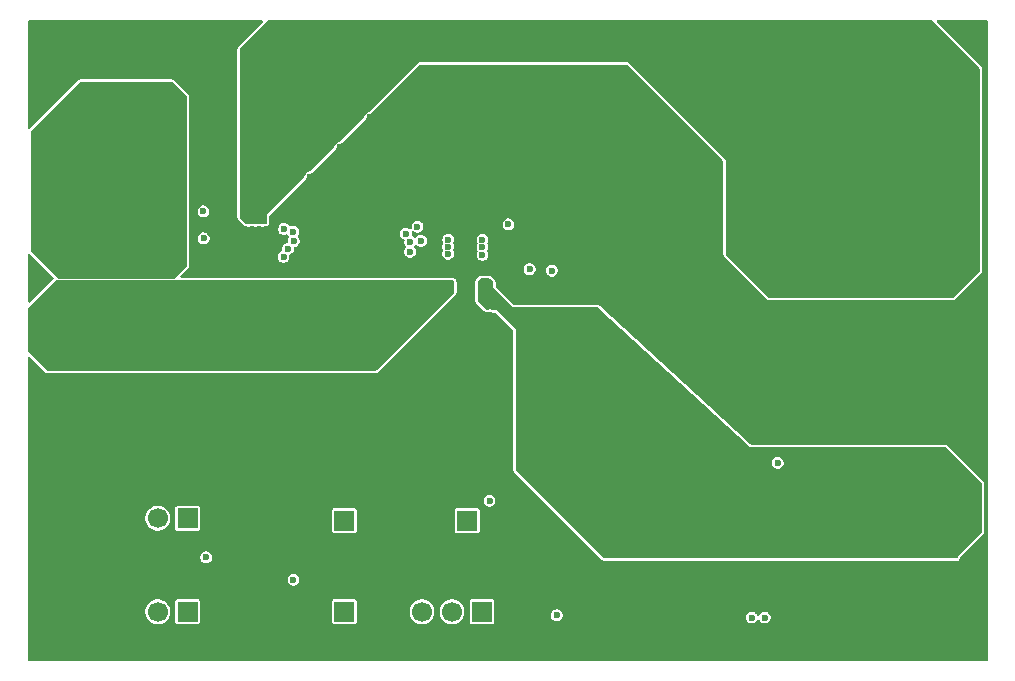
<source format=gbr>
%TF.GenerationSoftware,KiCad,Pcbnew,9.0.4*%
%TF.CreationDate,2025-11-02T21:55:33-03:00*%
%TF.ProjectId,PowerPCB,506f7765-7250-4434-922e-6b696361645f,rev?*%
%TF.SameCoordinates,Original*%
%TF.FileFunction,Copper,L4,Bot*%
%TF.FilePolarity,Positive*%
%FSLAX46Y46*%
G04 Gerber Fmt 4.6, Leading zero omitted, Abs format (unit mm)*
G04 Created by KiCad (PCBNEW 9.0.4) date 2025-11-02 21:55:33*
%MOMM*%
%LPD*%
G01*
G04 APERTURE LIST*
G04 Aperture macros list*
%AMRoundRect*
0 Rectangle with rounded corners*
0 $1 Rounding radius*
0 $2 $3 $4 $5 $6 $7 $8 $9 X,Y pos of 4 corners*
0 Add a 4 corners polygon primitive as box body*
4,1,4,$2,$3,$4,$5,$6,$7,$8,$9,$2,$3,0*
0 Add four circle primitives for the rounded corners*
1,1,$1+$1,$2,$3*
1,1,$1+$1,$4,$5*
1,1,$1+$1,$6,$7*
1,1,$1+$1,$8,$9*
0 Add four rect primitives between the rounded corners*
20,1,$1+$1,$2,$3,$4,$5,0*
20,1,$1+$1,$4,$5,$6,$7,0*
20,1,$1+$1,$6,$7,$8,$9,0*
20,1,$1+$1,$8,$9,$2,$3,0*%
G04 Aperture macros list end*
%TA.AperFunction,ComponentPad*%
%ADD10RoundRect,0.250000X-1.050000X1.050000X-1.050000X-1.050000X1.050000X-1.050000X1.050000X1.050000X0*%
%TD*%
%TA.AperFunction,ComponentPad*%
%ADD11C,2.600000*%
%TD*%
%TA.AperFunction,ComponentPad*%
%ADD12R,1.700000X1.700000*%
%TD*%
%TA.AperFunction,ComponentPad*%
%ADD13C,1.700000*%
%TD*%
%TA.AperFunction,SMDPad,CuDef*%
%ADD14RoundRect,0.140000X-0.140000X-0.170000X0.140000X-0.170000X0.140000X0.170000X-0.140000X0.170000X0*%
%TD*%
%TA.AperFunction,SMDPad,CuDef*%
%ADD15RoundRect,0.140000X0.140000X0.170000X-0.140000X0.170000X-0.140000X-0.170000X0.140000X-0.170000X0*%
%TD*%
%TA.AperFunction,ViaPad*%
%ADD16C,0.600000*%
%TD*%
G04 APERTURE END LIST*
D10*
%TO.P,J5,1,Pin_1*%
%TO.N,V_OUT_5+*%
X184377500Y-92500000D03*
D11*
%TO.P,J5,2,Pin_2*%
%TO.N,GND*%
X184377500Y-97500000D03*
%TD*%
D12*
%TO.P,J8,1,Pin_1*%
%TO.N,\u002ACC_12*%
X145700000Y-113600000D03*
D13*
%TO.P,J8,2,Pin_2*%
%TO.N,GND*%
X143160000Y-113600000D03*
%TD*%
D10*
%TO.P,J1,1,Pin_1*%
%TO.N,V_BAT+*%
X112300000Y-97800000D03*
D11*
%TO.P,J1,2,Pin_2*%
%TO.N,GND*%
X112300000Y-102800000D03*
%TD*%
D12*
%TO.P,J2,1,Pin_1*%
%TO.N,PG_12*%
X135300000Y-113600000D03*
D13*
%TO.P,J2,2,Pin_2*%
%TO.N,GND*%
X132760000Y-113600000D03*
%TD*%
D10*
%TO.P,J4,1,Pin_1*%
%TO.N,V_OUT_12+*%
X184377500Y-113400000D03*
D11*
%TO.P,J4,2,Pin_2*%
%TO.N,GND*%
X184377500Y-118400000D03*
%TD*%
D12*
%TO.P,J7,1,Pin_1*%
%TO.N,VBUS*%
X146965000Y-121300000D03*
D13*
%TO.P,J7,2,Pin_2*%
%TO.N,SCL*%
X144425000Y-121300000D03*
%TO.P,J7,3,Pin_3*%
%TO.N,SDA*%
X141885000Y-121300000D03*
%TD*%
D12*
%TO.P,J9,1,Pin_1*%
%TO.N,Net-(J9-Pin_1)*%
X122040000Y-121300000D03*
D13*
%TO.P,J9,2,Pin_2*%
%TO.N,EN_5*%
X119500000Y-121300000D03*
%TO.P,J9,3,Pin_3*%
%TO.N,GND*%
X116960000Y-121300000D03*
%TD*%
D12*
%TO.P,J10,1,Pin_1*%
%TO.N,PG_5*%
X135300000Y-121300000D03*
D13*
%TO.P,J10,2,Pin_2*%
%TO.N,GND*%
X132760000Y-121300000D03*
%TD*%
D12*
%TO.P,J3,1,Pin_1*%
%TO.N,Net-(J3-Pin_1)*%
X122040000Y-113400000D03*
D13*
%TO.P,J3,2,Pin_2*%
%TO.N,EN_12*%
X119500000Y-113400000D03*
%TO.P,J3,3,Pin_3*%
%TO.N,GND*%
X116960000Y-113400000D03*
%TD*%
D14*
%TO.P,C21,1*%
%TO.N,V_BAT+*%
X144120000Y-93700000D03*
%TO.P,C21,2*%
%TO.N,GND*%
X145080000Y-93700000D03*
%TD*%
D15*
%TO.P,C14,1*%
%TO.N,V_OUT_12+*%
X146980000Y-93700000D03*
%TO.P,C14,2*%
%TO.N,GND*%
X146020000Y-93700000D03*
%TD*%
D16*
%TO.N,V_BAT+*%
X112800000Y-81980000D03*
X117960000Y-84500000D03*
X110260000Y-84520000D03*
X120580000Y-100300000D03*
X120500000Y-84500000D03*
X115420000Y-79420000D03*
X110260000Y-81980000D03*
X117960000Y-89580000D03*
X115420000Y-92120000D03*
X118500000Y-96540000D03*
X115420000Y-89580000D03*
X126120000Y-96540000D03*
X117960000Y-81960000D03*
X120500000Y-81960000D03*
X110260000Y-89600000D03*
X121660000Y-100300000D03*
X119500000Y-100300000D03*
X115420000Y-81960000D03*
X112800000Y-89600000D03*
X144100000Y-91000000D03*
X118500000Y-94000000D03*
X123580000Y-94000000D03*
X120500000Y-79420000D03*
X122740000Y-100300000D03*
X121040000Y-94000000D03*
X120500000Y-92120000D03*
X144100000Y-90400000D03*
X120500000Y-87040000D03*
X123600000Y-116700000D03*
X117960000Y-87040000D03*
X115420000Y-87040000D03*
X125900000Y-100300000D03*
X124900000Y-100300000D03*
X117960000Y-92120000D03*
X144100000Y-89800000D03*
X120500000Y-89580000D03*
X128660000Y-96540000D03*
X112800000Y-84520000D03*
X128660000Y-94000000D03*
X112800000Y-87060000D03*
X110260000Y-87060000D03*
X126120000Y-94000000D03*
X117960000Y-79420000D03*
X112800000Y-79440000D03*
X123820000Y-100300000D03*
X115420000Y-84500000D03*
X131200000Y-94000000D03*
%TO.N,PG_5*%
X130549676Y-90568291D03*
%TO.N,EN_5*%
X131024265Y-89924265D03*
%TO.N,V_OUT_12+*%
X152020000Y-107380000D03*
X159420000Y-114980000D03*
X161960000Y-107360000D03*
X174100000Y-113880000D03*
X157100000Y-109920000D03*
X181720000Y-108800000D03*
X184260000Y-111340000D03*
X181720000Y-111340000D03*
X167200000Y-109920000D03*
X181720000Y-113880000D03*
X167200000Y-115000000D03*
X176640000Y-111340000D03*
X161960000Y-109900000D03*
X152020000Y-109920000D03*
X186800000Y-111340000D03*
X161960000Y-114980000D03*
X161960000Y-112440000D03*
X164500000Y-104820000D03*
X186800000Y-113880000D03*
X159420000Y-107360000D03*
X164500000Y-109900000D03*
X157100000Y-99760000D03*
X157100000Y-97220000D03*
X154560000Y-102300000D03*
X147000000Y-90443543D03*
X154560000Y-104840000D03*
X167200000Y-112460000D03*
X157100000Y-107380000D03*
X154560000Y-107380000D03*
X179180000Y-108800000D03*
X159420000Y-112440000D03*
X184260000Y-108800000D03*
X164500000Y-112440000D03*
X176640000Y-108800000D03*
X147000000Y-91100000D03*
X174100000Y-111340000D03*
X161960000Y-104820000D03*
X152020000Y-99760000D03*
X176640000Y-113880000D03*
X152020000Y-102300000D03*
X159420000Y-109900000D03*
X164500000Y-114980000D03*
X152020000Y-97220000D03*
X179180000Y-113880000D03*
X157100000Y-104840000D03*
X154560000Y-99760000D03*
X186800000Y-108800000D03*
X152020000Y-104840000D03*
X164500000Y-107360000D03*
X154560000Y-97220000D03*
X179180000Y-111340000D03*
X157100000Y-102300000D03*
X147000000Y-89800000D03*
X159420000Y-104820000D03*
X174100000Y-108800000D03*
%TO.N,VCC_12*%
X147600000Y-111900000D03*
X141799998Y-89900000D03*
X141500000Y-88700000D03*
X149200000Y-88500000D03*
%TO.N,PG_12*%
X140900000Y-90000000D03*
%TO.N,\u002ACC_12*%
X140875737Y-90824266D03*
%TO.N,EN_12*%
X140500000Y-89300000D03*
%TO.N,V_OUT_5+*%
X168620000Y-80220000D03*
X168580000Y-77840000D03*
X129100000Y-72060000D03*
X134180000Y-72060000D03*
X127200000Y-83400000D03*
X171160000Y-82760000D03*
X176060000Y-75360000D03*
X171160000Y-80220000D03*
X166040000Y-77840000D03*
X128400000Y-86300000D03*
X128400000Y-87500000D03*
X128400000Y-82000000D03*
X127800000Y-87500000D03*
X128400000Y-83400000D03*
X173700000Y-82760000D03*
X173520000Y-72820000D03*
X129600000Y-86300000D03*
X168580000Y-75300000D03*
X131640000Y-74600000D03*
X127200000Y-82000000D03*
X127200000Y-88200000D03*
X127200000Y-86300000D03*
X173520000Y-77900000D03*
X128400000Y-88200000D03*
X166040000Y-75300000D03*
X130800000Y-84800000D03*
X127200000Y-84800000D03*
X168580000Y-72760000D03*
X173700000Y-80220000D03*
X136720000Y-74600000D03*
X130800000Y-83400000D03*
X168620000Y-85300000D03*
X131640000Y-77140000D03*
X171160000Y-85300000D03*
X134180000Y-74600000D03*
X131640000Y-72060000D03*
X178600000Y-75360000D03*
X176060000Y-72820000D03*
X178600000Y-77900000D03*
X166040000Y-72760000D03*
X176060000Y-77900000D03*
X130800000Y-82000000D03*
X127800000Y-88200000D03*
X129600000Y-84800000D03*
X171120000Y-75300000D03*
X129600000Y-83400000D03*
X163500000Y-75300000D03*
X129100000Y-74600000D03*
X173700000Y-85300000D03*
X168620000Y-82760000D03*
X178600000Y-72820000D03*
X171120000Y-72760000D03*
X136720000Y-72060000D03*
X163500000Y-72760000D03*
X173520000Y-75360000D03*
X128400000Y-84800000D03*
X130200000Y-88900000D03*
X134180000Y-77140000D03*
X171120000Y-77840000D03*
X127200000Y-87500000D03*
X129600000Y-82000000D03*
X129100000Y-77140000D03*
%TO.N,SDA*%
X130162239Y-91268217D03*
%TO.N,SCL*%
X130967329Y-89126291D03*
%TO.N,Net-(U1A-FB)*%
X169800000Y-121800000D03*
X152874859Y-92425141D03*
%TO.N,/VCC_5*%
X131000000Y-118600000D03*
X123376000Y-87400000D03*
%TO.N,Net-(R1-Pad2)*%
X170900000Y-121800000D03*
X172000000Y-108700000D03*
X151000000Y-92300000D03*
%TO.N,Net-(U2-VIN)*%
X153300000Y-121600000D03*
X123400000Y-89700000D03*
%TO.N,GND*%
X117900000Y-75000000D03*
X120360000Y-72460000D03*
X158760000Y-78000000D03*
X145600000Y-95400000D03*
X124300000Y-82900000D03*
X143500000Y-103400000D03*
X156260000Y-87980000D03*
X127851719Y-89083792D03*
X183540000Y-123600000D03*
X158800000Y-82900000D03*
X145600000Y-101800000D03*
X117900000Y-72460000D03*
X181380000Y-123600000D03*
X126300000Y-112280000D03*
X171320000Y-103040000D03*
X163800000Y-98000000D03*
X168880000Y-103080000D03*
X143500000Y-97000000D03*
X134960000Y-87060000D03*
X116580000Y-107360000D03*
X124200000Y-107360000D03*
X145600000Y-98600000D03*
X149645412Y-89541868D03*
X143500000Y-101000000D03*
X185700000Y-123600000D03*
X155700000Y-91500000D03*
X145550781Y-87466565D03*
X126300000Y-117000000D03*
X181300000Y-124900000D03*
X166240000Y-93240000D03*
X131380000Y-109740000D03*
X145600000Y-99400000D03*
X145600000Y-92800000D03*
X163700000Y-93240000D03*
X145550781Y-88100000D03*
X128400000Y-89700000D03*
X143500000Y-100200000D03*
X145600000Y-102600000D03*
X171320000Y-100500000D03*
X145544903Y-86787860D03*
X124300000Y-83900000D03*
X182460000Y-123600000D03*
X183460000Y-124900000D03*
X126300000Y-107200000D03*
X137500000Y-89600000D03*
X147650000Y-101800000D03*
X166240000Y-95780000D03*
X186700000Y-123600000D03*
X137500000Y-87060000D03*
X163700000Y-90700000D03*
X158800000Y-85440000D03*
X168880000Y-98000000D03*
X122900000Y-75000000D03*
X185620000Y-124900000D03*
X161340000Y-85440000D03*
X143500000Y-96200000D03*
X161300000Y-80540000D03*
X139000000Y-114460000D03*
X150345412Y-89541868D03*
X121660000Y-101817500D03*
X132420000Y-89600000D03*
X161340000Y-82900000D03*
X182380000Y-124900000D03*
X153800000Y-88500000D03*
X156260000Y-82900000D03*
X115360000Y-75000000D03*
X156220000Y-80540000D03*
X173860000Y-103040000D03*
X178940000Y-100500000D03*
X139000000Y-117000000D03*
X120580000Y-101817500D03*
X126300000Y-109740000D03*
X134960000Y-82000000D03*
X128840000Y-107200000D03*
X128840000Y-109740000D03*
X133920000Y-109740000D03*
X147650000Y-100200000D03*
X136460000Y-109740000D03*
X173860000Y-100500000D03*
X137500000Y-82000000D03*
X125000000Y-88600000D03*
X176400000Y-105580000D03*
X132420000Y-84520000D03*
X145600000Y-103400000D03*
X147650000Y-99400000D03*
X168780000Y-95780000D03*
X122740000Y-101817500D03*
X125700000Y-80900000D03*
X127300000Y-89100000D03*
X161160000Y-90700000D03*
X133920000Y-107200000D03*
X163700000Y-95780000D03*
X180300000Y-123600000D03*
X123820000Y-101817500D03*
X147650000Y-97800000D03*
X168780000Y-93240000D03*
X153000000Y-88500000D03*
X143500000Y-98600000D03*
X128351719Y-89083792D03*
X178940000Y-105580000D03*
X145600000Y-104200000D03*
X119120000Y-107360000D03*
X119500000Y-101817500D03*
X158760000Y-80540000D03*
X128400000Y-90300000D03*
X156260000Y-85440000D03*
X176400000Y-103040000D03*
X127900000Y-90300000D03*
X147650000Y-96200000D03*
X155700000Y-92400000D03*
X134960000Y-89600000D03*
X145600000Y-97800000D03*
X143500000Y-102600000D03*
X137500000Y-79460000D03*
X124300000Y-81900000D03*
X130280000Y-101900000D03*
X158800000Y-87980000D03*
X168880000Y-100540000D03*
X143500000Y-101800000D03*
X145600000Y-101000000D03*
X147650000Y-103400000D03*
X161340000Y-87980000D03*
X184540000Y-124900000D03*
X155700000Y-90700000D03*
X178940000Y-103040000D03*
X128840000Y-112280000D03*
X131360000Y-101900000D03*
X153900000Y-89500000D03*
X127900000Y-89700000D03*
X124900000Y-101817500D03*
X110280000Y-75000000D03*
X153000000Y-87500000D03*
X112820000Y-75000000D03*
X129200000Y-101900000D03*
X171320000Y-105580000D03*
X163880000Y-85440000D03*
X125700000Y-81900000D03*
X163880000Y-82900000D03*
X166340000Y-100540000D03*
X136460000Y-107200000D03*
X136460000Y-117000000D03*
X173860000Y-105580000D03*
X176400000Y-100500000D03*
X145600000Y-96200000D03*
X112820000Y-72460000D03*
X132420000Y-87060000D03*
X132440000Y-101900000D03*
X161160000Y-95780000D03*
X145600000Y-100200000D03*
X131380000Y-107200000D03*
X115360000Y-72460000D03*
X163880000Y-87980000D03*
X180300000Y-124900000D03*
X156220000Y-78000000D03*
X120360000Y-75000000D03*
X147650000Y-102600000D03*
X145600000Y-97000000D03*
X186700000Y-124900000D03*
X161160000Y-93240000D03*
X147650000Y-97000000D03*
X133520000Y-101900000D03*
X134960000Y-84520000D03*
X145600000Y-94600000D03*
X116580000Y-109900000D03*
X166240000Y-90700000D03*
X139000000Y-112280000D03*
X184620000Y-123600000D03*
X139000000Y-107200000D03*
X124200000Y-87700000D03*
X134600000Y-101900000D03*
X122900000Y-72460000D03*
X143500000Y-97800000D03*
X137500000Y-84520000D03*
X166340000Y-98000000D03*
X126300000Y-114460000D03*
X143500000Y-99400000D03*
X153800000Y-87500000D03*
X125900000Y-101817500D03*
X128840000Y-117000000D03*
X119120000Y-109900000D03*
X124300000Y-80900000D03*
X139000000Y-109740000D03*
X147650000Y-101000000D03*
X135600000Y-101900000D03*
X110280000Y-72460000D03*
X124300000Y-84900000D03*
X125000000Y-87700000D03*
X147650000Y-98600000D03*
%TD*%
%TA.AperFunction,Conductor*%
%TO.N,GND*%
G36*
X128376557Y-71220185D02*
G01*
X128422312Y-71272989D01*
X128432256Y-71342147D01*
X128403231Y-71405703D01*
X128397199Y-71412181D01*
X126341008Y-73468370D01*
X126341007Y-73468371D01*
X126326320Y-73484721D01*
X126326308Y-73484735D01*
X126309667Y-73505384D01*
X126272504Y-73576429D01*
X126252821Y-73643461D01*
X126244495Y-73701370D01*
X126244495Y-87868633D01*
X126245673Y-87890613D01*
X126248506Y-87916960D01*
X126248507Y-87916962D01*
X126272465Y-87993473D01*
X126272466Y-87993478D01*
X126286867Y-88019850D01*
X126305951Y-88054800D01*
X126305953Y-88054803D01*
X126305955Y-88054806D01*
X126340993Y-88101610D01*
X126340997Y-88101614D01*
X126341004Y-88101624D01*
X126341011Y-88101631D01*
X126823371Y-88583992D01*
X126823372Y-88583993D01*
X126839722Y-88598680D01*
X126839736Y-88598692D01*
X126839744Y-88598699D01*
X126848142Y-88605466D01*
X126860385Y-88615333D01*
X126931430Y-88652496D01*
X126956813Y-88659949D01*
X126998470Y-88672181D01*
X127055804Y-88680424D01*
X127070222Y-88683382D01*
X127134108Y-88700500D01*
X127134111Y-88700500D01*
X127265890Y-88700500D01*
X127265892Y-88700500D01*
X127324743Y-88684730D01*
X127356836Y-88680506D01*
X127643164Y-88680506D01*
X127675256Y-88684730D01*
X127734108Y-88700500D01*
X127734110Y-88700500D01*
X127865890Y-88700500D01*
X127865892Y-88700500D01*
X127924743Y-88684730D01*
X127956836Y-88680506D01*
X128243164Y-88680506D01*
X128275256Y-88684730D01*
X128334108Y-88700500D01*
X128334110Y-88700500D01*
X128465890Y-88700500D01*
X128465892Y-88700500D01*
X128524743Y-88684730D01*
X128556836Y-88680506D01*
X128628870Y-88680506D01*
X128628879Y-88680506D01*
X128672563Y-88675809D01*
X128701754Y-88669458D01*
X128724053Y-88664608D01*
X128724069Y-88664604D01*
X128724074Y-88664603D01*
X128734252Y-88662116D01*
X128814964Y-88619106D01*
X128867768Y-88573351D01*
X128885722Y-88555760D01*
X128930369Y-88475943D01*
X128950054Y-88408904D01*
X128958379Y-88351006D01*
X128958379Y-87781631D01*
X128978064Y-87714592D01*
X128994703Y-87693945D01*
X132032154Y-84657046D01*
X132064819Y-84614482D01*
X132096921Y-84558887D01*
X132117457Y-84509315D01*
X132140881Y-84421893D01*
X132153262Y-84392000D01*
X132175783Y-84352993D01*
X132195479Y-84327326D01*
X132227322Y-84295483D01*
X132252996Y-84275782D01*
X132272499Y-84264522D01*
X132292000Y-84253264D01*
X132321909Y-84240876D01*
X132409440Y-84217423D01*
X132409439Y-84217423D01*
X132409444Y-84217422D01*
X132459002Y-84196896D01*
X132514581Y-84164810D01*
X132557134Y-84132162D01*
X134579306Y-82110356D01*
X134611972Y-82067791D01*
X134644074Y-82012195D01*
X134664609Y-81962621D01*
X134680878Y-81901901D01*
X134693261Y-81872001D01*
X134715782Y-81832995D01*
X134735476Y-81807329D01*
X134767326Y-81775478D01*
X134792997Y-81755780D01*
X134831996Y-81733264D01*
X134861904Y-81720877D01*
X134922739Y-81704577D01*
X134922739Y-81704576D01*
X134922746Y-81704575D01*
X134972299Y-81684051D01*
X135027879Y-81651966D01*
X135070436Y-81619316D01*
X137119137Y-79570986D01*
X137151802Y-79528422D01*
X137183904Y-79472827D01*
X137204440Y-79423254D01*
X137220881Y-79361891D01*
X137233263Y-79331998D01*
X137255782Y-79292994D01*
X137275478Y-79267327D01*
X137307322Y-79235483D01*
X137332992Y-79215784D01*
X137372002Y-79193262D01*
X137401908Y-79180876D01*
X137463377Y-79164406D01*
X137512931Y-79143881D01*
X137568510Y-79111796D01*
X137611066Y-79079147D01*
X141649133Y-75041810D01*
X141710459Y-75008331D01*
X141736806Y-75005500D01*
X159212468Y-75005500D01*
X159279507Y-75025185D01*
X159300149Y-75041819D01*
X167365213Y-83106883D01*
X167398698Y-83168206D01*
X167401532Y-83194564D01*
X167401532Y-91005856D01*
X167402710Y-91027836D01*
X167405543Y-91054183D01*
X167405544Y-91054185D01*
X167429502Y-91130696D01*
X167429503Y-91130701D01*
X167443904Y-91157073D01*
X167462988Y-91192023D01*
X167462990Y-91192026D01*
X167462992Y-91192029D01*
X167498030Y-91238833D01*
X167498034Y-91238837D01*
X167498041Y-91238847D01*
X167498048Y-91238854D01*
X171112331Y-94853138D01*
X171112332Y-94853139D01*
X171128682Y-94867826D01*
X171128696Y-94867838D01*
X171128704Y-94867845D01*
X171137102Y-94874612D01*
X171149345Y-94884479D01*
X171220390Y-94921642D01*
X171287422Y-94941325D01*
X171287424Y-94941325D01*
X171287430Y-94941327D01*
X171345328Y-94949652D01*
X171345332Y-94949652D01*
X186805663Y-94949652D01*
X186808204Y-94949515D01*
X186827631Y-94948474D01*
X186827638Y-94948473D01*
X186827642Y-94948473D01*
X186853989Y-94945640D01*
X186930506Y-94921681D01*
X186991829Y-94888196D01*
X187038653Y-94853143D01*
X189206491Y-92685305D01*
X189221193Y-92668938D01*
X189237827Y-92648296D01*
X189274990Y-92577251D01*
X189294675Y-92510212D01*
X189303000Y-92452314D01*
X189303000Y-75351362D01*
X189301822Y-75329393D01*
X189298988Y-75303035D01*
X189275029Y-75226518D01*
X189241544Y-75165195D01*
X189206491Y-75118371D01*
X185500301Y-71412181D01*
X185466816Y-71350858D01*
X185471800Y-71281166D01*
X185513672Y-71225233D01*
X185579136Y-71200816D01*
X185587982Y-71200500D01*
X189675500Y-71200500D01*
X189742539Y-71220185D01*
X189788294Y-71272989D01*
X189799500Y-71324500D01*
X189799500Y-125375500D01*
X189779815Y-125442539D01*
X189727011Y-125488294D01*
X189675500Y-125499500D01*
X108624500Y-125499500D01*
X108557461Y-125479815D01*
X108511706Y-125427011D01*
X108500500Y-125375500D01*
X108500500Y-121196530D01*
X118449500Y-121196530D01*
X118449500Y-121403469D01*
X118489868Y-121606412D01*
X118489870Y-121606420D01*
X118569058Y-121797596D01*
X118684024Y-121969657D01*
X118830342Y-122115975D01*
X118830345Y-122115977D01*
X119002402Y-122230941D01*
X119193580Y-122310130D01*
X119338052Y-122338867D01*
X119396530Y-122350499D01*
X119396534Y-122350500D01*
X119396535Y-122350500D01*
X119603466Y-122350500D01*
X119603467Y-122350499D01*
X119806420Y-122310130D01*
X119997598Y-122230941D01*
X120169655Y-122115977D01*
X120315977Y-121969655D01*
X120430941Y-121797598D01*
X120510130Y-121606420D01*
X120550500Y-121403465D01*
X120550500Y-121196535D01*
X120510130Y-120993580D01*
X120430941Y-120802402D01*
X120315977Y-120630345D01*
X120315975Y-120630342D01*
X120169657Y-120484024D01*
X120089173Y-120430247D01*
X120989500Y-120430247D01*
X120989500Y-122169752D01*
X121001131Y-122228229D01*
X121001132Y-122228230D01*
X121045447Y-122294552D01*
X121111769Y-122338867D01*
X121111770Y-122338868D01*
X121170247Y-122350499D01*
X121170250Y-122350500D01*
X121170252Y-122350500D01*
X122909750Y-122350500D01*
X122909751Y-122350499D01*
X122924568Y-122347552D01*
X122968229Y-122338868D01*
X122968229Y-122338867D01*
X122968231Y-122338867D01*
X123034552Y-122294552D01*
X123078867Y-122228231D01*
X123078867Y-122228229D01*
X123078868Y-122228229D01*
X123090499Y-122169752D01*
X123090500Y-122169750D01*
X123090500Y-120430249D01*
X123090499Y-120430247D01*
X134249500Y-120430247D01*
X134249500Y-122169752D01*
X134261131Y-122228229D01*
X134261132Y-122228230D01*
X134305447Y-122294552D01*
X134371769Y-122338867D01*
X134371770Y-122338868D01*
X134430247Y-122350499D01*
X134430250Y-122350500D01*
X134430252Y-122350500D01*
X136169750Y-122350500D01*
X136169751Y-122350499D01*
X136184568Y-122347552D01*
X136228229Y-122338868D01*
X136228229Y-122338867D01*
X136228231Y-122338867D01*
X136294552Y-122294552D01*
X136338867Y-122228231D01*
X136338867Y-122228229D01*
X136338868Y-122228229D01*
X136350499Y-122169752D01*
X136350500Y-122169750D01*
X136350500Y-121196530D01*
X140834500Y-121196530D01*
X140834500Y-121403469D01*
X140874868Y-121606412D01*
X140874870Y-121606420D01*
X140954058Y-121797596D01*
X141069024Y-121969657D01*
X141215342Y-122115975D01*
X141215345Y-122115977D01*
X141387402Y-122230941D01*
X141578580Y-122310130D01*
X141723052Y-122338867D01*
X141781530Y-122350499D01*
X141781534Y-122350500D01*
X141781535Y-122350500D01*
X141988466Y-122350500D01*
X141988467Y-122350499D01*
X142191420Y-122310130D01*
X142382598Y-122230941D01*
X142554655Y-122115977D01*
X142700977Y-121969655D01*
X142815941Y-121797598D01*
X142895130Y-121606420D01*
X142935500Y-121403465D01*
X142935500Y-121196535D01*
X142935499Y-121196530D01*
X143374500Y-121196530D01*
X143374500Y-121403469D01*
X143414868Y-121606412D01*
X143414870Y-121606420D01*
X143494058Y-121797596D01*
X143609024Y-121969657D01*
X143755342Y-122115975D01*
X143755345Y-122115977D01*
X143927402Y-122230941D01*
X144118580Y-122310130D01*
X144263052Y-122338867D01*
X144321530Y-122350499D01*
X144321534Y-122350500D01*
X144321535Y-122350500D01*
X144528466Y-122350500D01*
X144528467Y-122350499D01*
X144731420Y-122310130D01*
X144922598Y-122230941D01*
X145094655Y-122115977D01*
X145240977Y-121969655D01*
X145355941Y-121797598D01*
X145435130Y-121606420D01*
X145475500Y-121403465D01*
X145475500Y-121196535D01*
X145435130Y-120993580D01*
X145355941Y-120802402D01*
X145240977Y-120630345D01*
X145240975Y-120630342D01*
X145094657Y-120484024D01*
X145014173Y-120430247D01*
X145914500Y-120430247D01*
X145914500Y-122169752D01*
X145926131Y-122228229D01*
X145926132Y-122228230D01*
X145970447Y-122294552D01*
X146036769Y-122338867D01*
X146036770Y-122338868D01*
X146095247Y-122350499D01*
X146095250Y-122350500D01*
X146095252Y-122350500D01*
X147834750Y-122350500D01*
X147834751Y-122350499D01*
X147849568Y-122347552D01*
X147893229Y-122338868D01*
X147893229Y-122338867D01*
X147893231Y-122338867D01*
X147959552Y-122294552D01*
X148003867Y-122228231D01*
X148003867Y-122228229D01*
X148003868Y-122228229D01*
X148015499Y-122169752D01*
X148015500Y-122169750D01*
X148015500Y-121534108D01*
X152799500Y-121534108D01*
X152799500Y-121665892D01*
X152816554Y-121729539D01*
X152833608Y-121793187D01*
X152836154Y-121797596D01*
X152899500Y-121907314D01*
X152992686Y-122000500D01*
X153106814Y-122066392D01*
X153234108Y-122100500D01*
X153234110Y-122100500D01*
X153365890Y-122100500D01*
X153365892Y-122100500D01*
X153493186Y-122066392D01*
X153607314Y-122000500D01*
X153700500Y-121907314D01*
X153766392Y-121793186D01*
X153782222Y-121734108D01*
X169299500Y-121734108D01*
X169299500Y-121865892D01*
X169316554Y-121929539D01*
X169333608Y-121993187D01*
X169357387Y-122034372D01*
X169399500Y-122107314D01*
X169492686Y-122200500D01*
X169606814Y-122266392D01*
X169734108Y-122300500D01*
X169734110Y-122300500D01*
X169865890Y-122300500D01*
X169865892Y-122300500D01*
X169993186Y-122266392D01*
X170107314Y-122200500D01*
X170200500Y-122107314D01*
X170242613Y-122034371D01*
X170293180Y-121986156D01*
X170361787Y-121972933D01*
X170426652Y-121998901D01*
X170457386Y-122034371D01*
X170499500Y-122107314D01*
X170592686Y-122200500D01*
X170706814Y-122266392D01*
X170834108Y-122300500D01*
X170834110Y-122300500D01*
X170965890Y-122300500D01*
X170965892Y-122300500D01*
X171093186Y-122266392D01*
X171207314Y-122200500D01*
X171300500Y-122107314D01*
X171366392Y-121993186D01*
X171400500Y-121865892D01*
X171400500Y-121734108D01*
X171366392Y-121606814D01*
X171300500Y-121492686D01*
X171207314Y-121399500D01*
X171150250Y-121366554D01*
X171093187Y-121333608D01*
X171029539Y-121316554D01*
X170965892Y-121299500D01*
X170834108Y-121299500D01*
X170706812Y-121333608D01*
X170592686Y-121399500D01*
X170592683Y-121399502D01*
X170499502Y-121492683D01*
X170499500Y-121492686D01*
X170457387Y-121565628D01*
X170406820Y-121613843D01*
X170338212Y-121627065D01*
X170273348Y-121601097D01*
X170242613Y-121565628D01*
X170224415Y-121534108D01*
X170200500Y-121492686D01*
X170107314Y-121399500D01*
X170050250Y-121366554D01*
X169993187Y-121333608D01*
X169929539Y-121316554D01*
X169865892Y-121299500D01*
X169734108Y-121299500D01*
X169606812Y-121333608D01*
X169492686Y-121399500D01*
X169492683Y-121399502D01*
X169399502Y-121492683D01*
X169399500Y-121492686D01*
X169333608Y-121606812D01*
X169317778Y-121665892D01*
X169299500Y-121734108D01*
X153782222Y-121734108D01*
X153800500Y-121665892D01*
X153800500Y-121534108D01*
X153766392Y-121406814D01*
X153764458Y-121403465D01*
X153724126Y-121333608D01*
X153700500Y-121292686D01*
X153607314Y-121199500D01*
X153550250Y-121166554D01*
X153493187Y-121133608D01*
X153429539Y-121116554D01*
X153365892Y-121099500D01*
X153234108Y-121099500D01*
X153106812Y-121133608D01*
X152992686Y-121199500D01*
X152992683Y-121199502D01*
X152899502Y-121292683D01*
X152899500Y-121292686D01*
X152833608Y-121406812D01*
X152810600Y-121492683D01*
X152799500Y-121534108D01*
X148015500Y-121534108D01*
X148015500Y-120430249D01*
X148015499Y-120430247D01*
X148003868Y-120371770D01*
X148003867Y-120371769D01*
X147959552Y-120305447D01*
X147893230Y-120261132D01*
X147893229Y-120261131D01*
X147834752Y-120249500D01*
X147834748Y-120249500D01*
X146095252Y-120249500D01*
X146095247Y-120249500D01*
X146036770Y-120261131D01*
X146036769Y-120261132D01*
X145970447Y-120305447D01*
X145926132Y-120371769D01*
X145926131Y-120371770D01*
X145914500Y-120430247D01*
X145014173Y-120430247D01*
X144926655Y-120371770D01*
X144922598Y-120369059D01*
X144731420Y-120289870D01*
X144731412Y-120289868D01*
X144528469Y-120249500D01*
X144528465Y-120249500D01*
X144321535Y-120249500D01*
X144321530Y-120249500D01*
X144118587Y-120289868D01*
X144118579Y-120289870D01*
X143927403Y-120369058D01*
X143755342Y-120484024D01*
X143609024Y-120630342D01*
X143494058Y-120802403D01*
X143414870Y-120993579D01*
X143414868Y-120993587D01*
X143374500Y-121196530D01*
X142935499Y-121196530D01*
X142895130Y-120993580D01*
X142815941Y-120802402D01*
X142700977Y-120630345D01*
X142700975Y-120630342D01*
X142554657Y-120484024D01*
X142386655Y-120371770D01*
X142382598Y-120369059D01*
X142191420Y-120289870D01*
X142191412Y-120289868D01*
X141988469Y-120249500D01*
X141988465Y-120249500D01*
X141781535Y-120249500D01*
X141781530Y-120249500D01*
X141578587Y-120289868D01*
X141578579Y-120289870D01*
X141387403Y-120369058D01*
X141215342Y-120484024D01*
X141069024Y-120630342D01*
X140954058Y-120802403D01*
X140874870Y-120993579D01*
X140874868Y-120993587D01*
X140834500Y-121196530D01*
X136350500Y-121196530D01*
X136350500Y-120430249D01*
X136350499Y-120430247D01*
X136338868Y-120371770D01*
X136338867Y-120371769D01*
X136294552Y-120305447D01*
X136228230Y-120261132D01*
X136228229Y-120261131D01*
X136169752Y-120249500D01*
X136169748Y-120249500D01*
X134430252Y-120249500D01*
X134430247Y-120249500D01*
X134371770Y-120261131D01*
X134371769Y-120261132D01*
X134305447Y-120305447D01*
X134261132Y-120371769D01*
X134261131Y-120371770D01*
X134249500Y-120430247D01*
X123090499Y-120430247D01*
X123078868Y-120371770D01*
X123078867Y-120371769D01*
X123034552Y-120305447D01*
X122968230Y-120261132D01*
X122968229Y-120261131D01*
X122909752Y-120249500D01*
X122909748Y-120249500D01*
X121170252Y-120249500D01*
X121170247Y-120249500D01*
X121111770Y-120261131D01*
X121111769Y-120261132D01*
X121045447Y-120305447D01*
X121001132Y-120371769D01*
X121001131Y-120371770D01*
X120989500Y-120430247D01*
X120089173Y-120430247D01*
X120001655Y-120371770D01*
X119997598Y-120369059D01*
X119806420Y-120289870D01*
X119806412Y-120289868D01*
X119603469Y-120249500D01*
X119603465Y-120249500D01*
X119396535Y-120249500D01*
X119396530Y-120249500D01*
X119193587Y-120289868D01*
X119193579Y-120289870D01*
X119002403Y-120369058D01*
X118830342Y-120484024D01*
X118684024Y-120630342D01*
X118569058Y-120802403D01*
X118489870Y-120993579D01*
X118489868Y-120993587D01*
X118449500Y-121196530D01*
X108500500Y-121196530D01*
X108500500Y-118534108D01*
X130499500Y-118534108D01*
X130499500Y-118665891D01*
X130533608Y-118793187D01*
X130566554Y-118850250D01*
X130599500Y-118907314D01*
X130692686Y-119000500D01*
X130806814Y-119066392D01*
X130934108Y-119100500D01*
X130934110Y-119100500D01*
X131065890Y-119100500D01*
X131065892Y-119100500D01*
X131193186Y-119066392D01*
X131307314Y-119000500D01*
X131400500Y-118907314D01*
X131466392Y-118793186D01*
X131500500Y-118665892D01*
X131500500Y-118534108D01*
X131466392Y-118406814D01*
X131400500Y-118292686D01*
X131307314Y-118199500D01*
X131250250Y-118166554D01*
X131193187Y-118133608D01*
X131129539Y-118116554D01*
X131065892Y-118099500D01*
X130934108Y-118099500D01*
X130806812Y-118133608D01*
X130692686Y-118199500D01*
X130692683Y-118199502D01*
X130599502Y-118292683D01*
X130599500Y-118292686D01*
X130533608Y-118406812D01*
X130499500Y-118534108D01*
X108500500Y-118534108D01*
X108500500Y-116634108D01*
X123099500Y-116634108D01*
X123099500Y-116765891D01*
X123133608Y-116893187D01*
X123142733Y-116908991D01*
X123199500Y-117007314D01*
X123292686Y-117100500D01*
X123406814Y-117166392D01*
X123534108Y-117200500D01*
X123534110Y-117200500D01*
X123665890Y-117200500D01*
X123665892Y-117200500D01*
X123793186Y-117166392D01*
X123907314Y-117100500D01*
X124000500Y-117007314D01*
X124066392Y-116893186D01*
X124100500Y-116765892D01*
X124100500Y-116634108D01*
X124066392Y-116506814D01*
X124000500Y-116392686D01*
X123907314Y-116299500D01*
X123850250Y-116266554D01*
X123793187Y-116233608D01*
X123729539Y-116216554D01*
X123665892Y-116199500D01*
X123534108Y-116199500D01*
X123406812Y-116233608D01*
X123292686Y-116299500D01*
X123292683Y-116299502D01*
X123199502Y-116392683D01*
X123199500Y-116392686D01*
X123133608Y-116506812D01*
X123099500Y-116634108D01*
X108500500Y-116634108D01*
X108500500Y-113296530D01*
X118449500Y-113296530D01*
X118449500Y-113503469D01*
X118489868Y-113706412D01*
X118489870Y-113706420D01*
X118569058Y-113897596D01*
X118684024Y-114069657D01*
X118830342Y-114215975D01*
X118830345Y-114215977D01*
X119002402Y-114330941D01*
X119193580Y-114410130D01*
X119338052Y-114438867D01*
X119396530Y-114450499D01*
X119396534Y-114450500D01*
X119396535Y-114450500D01*
X119603466Y-114450500D01*
X119603467Y-114450499D01*
X119806420Y-114410130D01*
X119997598Y-114330941D01*
X120169655Y-114215977D01*
X120315977Y-114069655D01*
X120430941Y-113897598D01*
X120510130Y-113706420D01*
X120550500Y-113503465D01*
X120550500Y-113296535D01*
X120510130Y-113093580D01*
X120430941Y-112902402D01*
X120315977Y-112730345D01*
X120315975Y-112730342D01*
X120169657Y-112584024D01*
X120089173Y-112530247D01*
X120989500Y-112530247D01*
X120989500Y-114269752D01*
X121001131Y-114328229D01*
X121001132Y-114328230D01*
X121045447Y-114394552D01*
X121111769Y-114438867D01*
X121111770Y-114438868D01*
X121170247Y-114450499D01*
X121170250Y-114450500D01*
X121170252Y-114450500D01*
X122909750Y-114450500D01*
X122909751Y-114450499D01*
X122924568Y-114447552D01*
X122968229Y-114438868D01*
X122968229Y-114438867D01*
X122968231Y-114438867D01*
X123034552Y-114394552D01*
X123078867Y-114328231D01*
X123078867Y-114328229D01*
X123078868Y-114328229D01*
X123090499Y-114269752D01*
X123090500Y-114269750D01*
X123090500Y-112730247D01*
X134249500Y-112730247D01*
X134249500Y-114469752D01*
X134261131Y-114528229D01*
X134261132Y-114528230D01*
X134305447Y-114594552D01*
X134371769Y-114638867D01*
X134371770Y-114638868D01*
X134430247Y-114650499D01*
X134430250Y-114650500D01*
X134430252Y-114650500D01*
X136169750Y-114650500D01*
X136169751Y-114650499D01*
X136184568Y-114647552D01*
X136228229Y-114638868D01*
X136228229Y-114638867D01*
X136228231Y-114638867D01*
X136294552Y-114594552D01*
X136338867Y-114528231D01*
X136338867Y-114528229D01*
X136338868Y-114528229D01*
X136350499Y-114469752D01*
X136350500Y-114469750D01*
X136350500Y-112730249D01*
X136350499Y-112730247D01*
X144649500Y-112730247D01*
X144649500Y-114469752D01*
X144661131Y-114528229D01*
X144661132Y-114528230D01*
X144705447Y-114594552D01*
X144771769Y-114638867D01*
X144771770Y-114638868D01*
X144830247Y-114650499D01*
X144830250Y-114650500D01*
X144830252Y-114650500D01*
X146569750Y-114650500D01*
X146569751Y-114650499D01*
X146584568Y-114647552D01*
X146628229Y-114638868D01*
X146628229Y-114638867D01*
X146628231Y-114638867D01*
X146694552Y-114594552D01*
X146738867Y-114528231D01*
X146738867Y-114528229D01*
X146738868Y-114528229D01*
X146750499Y-114469752D01*
X146750500Y-114469750D01*
X146750500Y-112730249D01*
X146750499Y-112730247D01*
X146738868Y-112671770D01*
X146738867Y-112671769D01*
X146694552Y-112605447D01*
X146628230Y-112561132D01*
X146628229Y-112561131D01*
X146569752Y-112549500D01*
X146569748Y-112549500D01*
X144830252Y-112549500D01*
X144830247Y-112549500D01*
X144771770Y-112561131D01*
X144771769Y-112561132D01*
X144705447Y-112605447D01*
X144661132Y-112671769D01*
X144661131Y-112671770D01*
X144649500Y-112730247D01*
X136350499Y-112730247D01*
X136338868Y-112671770D01*
X136338867Y-112671769D01*
X136294552Y-112605447D01*
X136228230Y-112561132D01*
X136228229Y-112561131D01*
X136169752Y-112549500D01*
X136169748Y-112549500D01*
X134430252Y-112549500D01*
X134430247Y-112549500D01*
X134371770Y-112561131D01*
X134371769Y-112561132D01*
X134305447Y-112605447D01*
X134261132Y-112671769D01*
X134261131Y-112671770D01*
X134249500Y-112730247D01*
X123090500Y-112730247D01*
X123090500Y-112530249D01*
X123090499Y-112530247D01*
X123078868Y-112471770D01*
X123078867Y-112471769D01*
X123034552Y-112405447D01*
X122968230Y-112361132D01*
X122968229Y-112361131D01*
X122909752Y-112349500D01*
X122909748Y-112349500D01*
X121170252Y-112349500D01*
X121170247Y-112349500D01*
X121111770Y-112361131D01*
X121111769Y-112361132D01*
X121045447Y-112405447D01*
X121001132Y-112471769D01*
X121001131Y-112471770D01*
X120989500Y-112530247D01*
X120089173Y-112530247D01*
X120001655Y-112471770D01*
X119997598Y-112469059D01*
X119806420Y-112389870D01*
X119806412Y-112389868D01*
X119603469Y-112349500D01*
X119603465Y-112349500D01*
X119396535Y-112349500D01*
X119396530Y-112349500D01*
X119193587Y-112389868D01*
X119193579Y-112389870D01*
X119002403Y-112469058D01*
X118830342Y-112584024D01*
X118684024Y-112730342D01*
X118569058Y-112902403D01*
X118489870Y-113093579D01*
X118489868Y-113093587D01*
X118449500Y-113296530D01*
X108500500Y-113296530D01*
X108500500Y-111834108D01*
X147099500Y-111834108D01*
X147099500Y-111965891D01*
X147133608Y-112093187D01*
X147166554Y-112150250D01*
X147199500Y-112207314D01*
X147292686Y-112300500D01*
X147406814Y-112366392D01*
X147534108Y-112400500D01*
X147534110Y-112400500D01*
X147665890Y-112400500D01*
X147665892Y-112400500D01*
X147793186Y-112366392D01*
X147907314Y-112300500D01*
X148000500Y-112207314D01*
X148066392Y-112093186D01*
X148100500Y-111965892D01*
X148100500Y-111834108D01*
X148066392Y-111706814D01*
X148000500Y-111592686D01*
X147907314Y-111499500D01*
X147850250Y-111466554D01*
X147793187Y-111433608D01*
X147729539Y-111416554D01*
X147665892Y-111399500D01*
X147534108Y-111399500D01*
X147406812Y-111433608D01*
X147292686Y-111499500D01*
X147292683Y-111499502D01*
X147199502Y-111592683D01*
X147199500Y-111592686D01*
X147133608Y-111706812D01*
X147099500Y-111834108D01*
X108500500Y-111834108D01*
X108500500Y-99848729D01*
X108520185Y-99781690D01*
X108572989Y-99735935D01*
X108642147Y-99725991D01*
X108705703Y-99755016D01*
X108712181Y-99761048D01*
X109946229Y-100995097D01*
X109946230Y-100995098D01*
X109962580Y-101009785D01*
X109962594Y-101009797D01*
X109962602Y-101009804D01*
X109971000Y-101016571D01*
X109983243Y-101026438D01*
X110054288Y-101063601D01*
X110121320Y-101083284D01*
X110121322Y-101083284D01*
X110121328Y-101083286D01*
X110179226Y-101091611D01*
X110179230Y-101091611D01*
X137976503Y-101091611D01*
X137979044Y-101091474D01*
X137998471Y-101090433D01*
X137998478Y-101090432D01*
X137998482Y-101090432D01*
X138024829Y-101087599D01*
X138101346Y-101063640D01*
X138162669Y-101030155D01*
X138209493Y-100995102D01*
X144708991Y-94495604D01*
X144723693Y-94479237D01*
X144740327Y-94458595D01*
X144777490Y-94387550D01*
X144797175Y-94320511D01*
X144805500Y-94262613D01*
X144805500Y-93921569D01*
X144805390Y-93914835D01*
X144805124Y-93906722D01*
X144805091Y-93905698D01*
X144805112Y-93905697D01*
X144805000Y-93901149D01*
X144805000Y-93499085D01*
X144805000Y-93495781D01*
X144805125Y-93493232D01*
X144805390Y-93485123D01*
X144805500Y-93478411D01*
X144805500Y-93364000D01*
X144804141Y-93351362D01*
X146394500Y-93351362D01*
X146394500Y-93357516D01*
X146394500Y-94948638D01*
X146395678Y-94970618D01*
X146398511Y-94996965D01*
X146398512Y-94996967D01*
X146422470Y-95073478D01*
X146422471Y-95073483D01*
X146436872Y-95099855D01*
X146455956Y-95134805D01*
X146455958Y-95134808D01*
X146455960Y-95134811D01*
X146490998Y-95181615D01*
X146491002Y-95181619D01*
X146491009Y-95181629D01*
X146491016Y-95181636D01*
X147166104Y-95856725D01*
X147178704Y-95868319D01*
X147194433Y-95881625D01*
X147194440Y-95881630D01*
X147259916Y-95918925D01*
X147259924Y-95918929D01*
X147325916Y-95941781D01*
X147325925Y-95941783D01*
X147325941Y-95941789D01*
X147350158Y-95948547D01*
X147441606Y-95947316D01*
X147496699Y-95933959D01*
X147496647Y-95933745D01*
X147509579Y-95930531D01*
X147510001Y-95932106D01*
X147596486Y-95908932D01*
X147597579Y-95908661D01*
X147599170Y-95908727D01*
X147627488Y-95905000D01*
X147672512Y-95905000D01*
X147704603Y-95909225D01*
X147735795Y-95917582D01*
X147748097Y-95920878D01*
X147778005Y-95933266D01*
X147781643Y-95935367D01*
X147826640Y-95961347D01*
X147826651Y-95961352D01*
X147826656Y-95961355D01*
X147876218Y-95981885D01*
X147938218Y-95998498D01*
X147982541Y-96004333D01*
X147991405Y-96005500D01*
X147991406Y-96005500D01*
X148063518Y-96005500D01*
X148130557Y-96025185D01*
X148151199Y-96041819D01*
X149558181Y-97448801D01*
X149591666Y-97510124D01*
X149594500Y-97536482D01*
X149594500Y-109233476D01*
X149595678Y-109255456D01*
X149598511Y-109281803D01*
X149598512Y-109281805D01*
X149622470Y-109358316D01*
X149622471Y-109358321D01*
X149636872Y-109384693D01*
X149655956Y-109419643D01*
X149655958Y-109419646D01*
X149655960Y-109419649D01*
X149690998Y-109466453D01*
X149691002Y-109466457D01*
X149691009Y-109466467D01*
X149691016Y-109466474D01*
X157133527Y-116908986D01*
X157133528Y-116908987D01*
X157149878Y-116923674D01*
X157149892Y-116923686D01*
X157149900Y-116923693D01*
X157158298Y-116930460D01*
X157170541Y-116940327D01*
X157241586Y-116977490D01*
X157308618Y-116997173D01*
X157308620Y-116997173D01*
X157308626Y-116997175D01*
X157366524Y-117005500D01*
X157366528Y-117005500D01*
X187120721Y-117005500D01*
X187120730Y-117005500D01*
X187164414Y-117000803D01*
X187193605Y-116994452D01*
X187215904Y-116989602D01*
X187215920Y-116989598D01*
X187215925Y-116989597D01*
X187226103Y-116987110D01*
X187306815Y-116944100D01*
X187359619Y-116898345D01*
X187377573Y-116880754D01*
X187422220Y-116800937D01*
X187437222Y-116749843D01*
X187468516Y-116697101D01*
X189408991Y-114756629D01*
X189423693Y-114740262D01*
X189440327Y-114719620D01*
X189477490Y-114648575D01*
X189497175Y-114581536D01*
X189505500Y-114523638D01*
X189505500Y-110515368D01*
X189504322Y-110493399D01*
X189501488Y-110467041D01*
X189477529Y-110390524D01*
X189444044Y-110329201D01*
X189408991Y-110282377D01*
X188360090Y-109233476D01*
X186380128Y-107253513D01*
X186380127Y-107253512D01*
X186363777Y-107238825D01*
X186363763Y-107238813D01*
X186343114Y-107222172D01*
X186272069Y-107185009D01*
X186205037Y-107165326D01*
X186204388Y-107165232D01*
X186147132Y-107157000D01*
X186147128Y-107157000D01*
X169765323Y-107157000D01*
X169698284Y-107137315D01*
X169681432Y-107124314D01*
X166174275Y-103902271D01*
X156924847Y-95404774D01*
X156911086Y-95393200D01*
X156893907Y-95379990D01*
X156825915Y-95345538D01*
X156806323Y-95339852D01*
X156758822Y-95326066D01*
X156758818Y-95326065D01*
X156758817Y-95326065D01*
X156718366Y-95320379D01*
X156700887Y-95317922D01*
X149742404Y-95339852D01*
X149675303Y-95320379D01*
X149654470Y-95303672D01*
X148141957Y-93795917D01*
X148108375Y-93734647D01*
X148105500Y-93708098D01*
X148105500Y-93386379D01*
X148104321Y-93364399D01*
X148101488Y-93338052D01*
X148101487Y-93338050D01*
X148095934Y-93320316D01*
X148077529Y-93261536D01*
X148044044Y-93200213D01*
X148043086Y-93198933D01*
X148009001Y-93153402D01*
X148008998Y-93153399D01*
X148008991Y-93153389D01*
X147918111Y-93062509D01*
X147826640Y-92971037D01*
X147826639Y-92971036D01*
X147810289Y-92956349D01*
X147810275Y-92956337D01*
X147789626Y-92939696D01*
X147718581Y-92902533D01*
X147651549Y-92882850D01*
X147650900Y-92882756D01*
X147593644Y-92874524D01*
X146871338Y-92874524D01*
X146871337Y-92874524D01*
X146849357Y-92875702D01*
X146823010Y-92878535D01*
X146823008Y-92878536D01*
X146746497Y-92902494D01*
X146746492Y-92902495D01*
X146685164Y-92935984D01*
X146638360Y-92971022D01*
X146638346Y-92971034D01*
X146491000Y-93118379D01*
X146480837Y-93129692D01*
X146480791Y-93129745D01*
X146476307Y-93134738D01*
X146471578Y-93140606D01*
X146471547Y-93140643D01*
X146459670Y-93155383D01*
X146456332Y-93160476D01*
X146456100Y-93160324D01*
X146451355Y-93167848D01*
X146450646Y-93168795D01*
X146450641Y-93168803D01*
X146438258Y-93195919D01*
X146436873Y-93198951D01*
X146422525Y-93226375D01*
X146421762Y-93228971D01*
X146422999Y-93229334D01*
X146415549Y-93245652D01*
X146415550Y-93245652D01*
X146414367Y-93248242D01*
X146414367Y-93248243D01*
X146410376Y-93266583D01*
X146409634Y-93269484D01*
X146409308Y-93271380D01*
X146402823Y-93293470D01*
X146394500Y-93351362D01*
X144804141Y-93351362D01*
X144800803Y-93320316D01*
X144789745Y-93269484D01*
X144789602Y-93268825D01*
X144789054Y-93266583D01*
X144787110Y-93258627D01*
X144744100Y-93177915D01*
X144703456Y-93131009D01*
X144698339Y-93125104D01*
X144680757Y-93107160D01*
X144680756Y-93107159D01*
X144680754Y-93107157D01*
X144680752Y-93107156D01*
X144680750Y-93107154D01*
X144600940Y-93062511D01*
X144600935Y-93062509D01*
X144533903Y-93042826D01*
X144533899Y-93042825D01*
X144533898Y-93042825D01*
X144476000Y-93034500D01*
X144475996Y-93034500D01*
X121555482Y-93034500D01*
X121488443Y-93014815D01*
X121442688Y-92962011D01*
X121432744Y-92892853D01*
X121461769Y-92829297D01*
X121467801Y-92822819D01*
X122056512Y-92234108D01*
X150499500Y-92234108D01*
X150499500Y-92365891D01*
X150533608Y-92493187D01*
X150543438Y-92510212D01*
X150599500Y-92607314D01*
X150692686Y-92700500D01*
X150806814Y-92766392D01*
X150934108Y-92800500D01*
X150934110Y-92800500D01*
X151065890Y-92800500D01*
X151065892Y-92800500D01*
X151193186Y-92766392D01*
X151307314Y-92700500D01*
X151400500Y-92607314D01*
X151466392Y-92493186D01*
X151500500Y-92365892D01*
X151500500Y-92359249D01*
X152374359Y-92359249D01*
X152374359Y-92491032D01*
X152408467Y-92618328D01*
X152437687Y-92668938D01*
X152474359Y-92732455D01*
X152567545Y-92825641D01*
X152681673Y-92891533D01*
X152808967Y-92925641D01*
X152808969Y-92925641D01*
X152940749Y-92925641D01*
X152940751Y-92925641D01*
X153068045Y-92891533D01*
X153182173Y-92825641D01*
X153275359Y-92732455D01*
X153341251Y-92618327D01*
X153375359Y-92491033D01*
X153375359Y-92359249D01*
X153341251Y-92231955D01*
X153275359Y-92117827D01*
X153182173Y-92024641D01*
X153125109Y-91991695D01*
X153068046Y-91958749D01*
X153004398Y-91941695D01*
X152940751Y-91924641D01*
X152808967Y-91924641D01*
X152681671Y-91958749D01*
X152567545Y-92024641D01*
X152567542Y-92024643D01*
X152474361Y-92117824D01*
X152474359Y-92117827D01*
X152408467Y-92231953D01*
X152374359Y-92359249D01*
X151500500Y-92359249D01*
X151500500Y-92234108D01*
X151466392Y-92106814D01*
X151400500Y-91992686D01*
X151307314Y-91899500D01*
X151250250Y-91866554D01*
X151193187Y-91833608D01*
X151129539Y-91816554D01*
X151065892Y-91799500D01*
X150934108Y-91799500D01*
X150806812Y-91833608D01*
X150692686Y-91899500D01*
X150692683Y-91899502D01*
X150599502Y-91992683D01*
X150599500Y-91992686D01*
X150533608Y-92106812D01*
X150499500Y-92234108D01*
X122056512Y-92234108D01*
X122090010Y-92200610D01*
X122104697Y-92184260D01*
X122104716Y-92184239D01*
X122121350Y-92163597D01*
X122158513Y-92092552D01*
X122178198Y-92025513D01*
X122186523Y-91967615D01*
X122186523Y-91202325D01*
X129661739Y-91202325D01*
X129661739Y-91334108D01*
X129695847Y-91461404D01*
X129698727Y-91466392D01*
X129761739Y-91575531D01*
X129854925Y-91668717D01*
X129969053Y-91734609D01*
X130096347Y-91768717D01*
X130096349Y-91768717D01*
X130228129Y-91768717D01*
X130228131Y-91768717D01*
X130355425Y-91734609D01*
X130469553Y-91668717D01*
X130562739Y-91575531D01*
X130628631Y-91461403D01*
X130662739Y-91334109D01*
X130662739Y-91202325D01*
X130658289Y-91185717D01*
X130659950Y-91115872D01*
X130699111Y-91058008D01*
X130735873Y-91039057D01*
X130735350Y-91037795D01*
X130742856Y-91034684D01*
X130742862Y-91034683D01*
X130856990Y-90968791D01*
X130950176Y-90875605D01*
X131016068Y-90761477D01*
X131050176Y-90634183D01*
X131050176Y-90530626D01*
X131069861Y-90463587D01*
X131122665Y-90417832D01*
X131142076Y-90410853D01*
X131217451Y-90390657D01*
X131331579Y-90324765D01*
X131424765Y-90231579D01*
X131490657Y-90117451D01*
X131524765Y-89990157D01*
X131524765Y-89858373D01*
X131490657Y-89731079D01*
X131424765Y-89616951D01*
X131388839Y-89581025D01*
X131355354Y-89519702D01*
X131360338Y-89450010D01*
X131369129Y-89431352D01*
X131433721Y-89319477D01*
X131456595Y-89234108D01*
X139999500Y-89234108D01*
X139999500Y-89365892D01*
X140016554Y-89429539D01*
X140033608Y-89493187D01*
X140056946Y-89533608D01*
X140099500Y-89607314D01*
X140192686Y-89700500D01*
X140292407Y-89758074D01*
X140306814Y-89766392D01*
X140315443Y-89768704D01*
X140375104Y-89805067D01*
X140405635Y-89867914D01*
X140403127Y-89920571D01*
X140399500Y-89934106D01*
X140399500Y-90065891D01*
X140433608Y-90193187D01*
X140455774Y-90231579D01*
X140499500Y-90307314D01*
X140499502Y-90307316D01*
X140504506Y-90312320D01*
X140537991Y-90373643D01*
X140533007Y-90443335D01*
X140504507Y-90487681D01*
X140475240Y-90516948D01*
X140475237Y-90516952D01*
X140409345Y-90631078D01*
X140388260Y-90709771D01*
X140375237Y-90758374D01*
X140375237Y-90890158D01*
X140379700Y-90906814D01*
X140409345Y-91017453D01*
X140430552Y-91054183D01*
X140475237Y-91131580D01*
X140568423Y-91224766D01*
X140682551Y-91290658D01*
X140809845Y-91324766D01*
X140809847Y-91324766D01*
X140941627Y-91324766D01*
X140941629Y-91324766D01*
X141068923Y-91290658D01*
X141183051Y-91224766D01*
X141276237Y-91131580D01*
X141342129Y-91017452D01*
X141376237Y-90890158D01*
X141376237Y-90758374D01*
X141342129Y-90631080D01*
X141276237Y-90516952D01*
X141271230Y-90511945D01*
X141267474Y-90505067D01*
X141261108Y-90500492D01*
X141250963Y-90474829D01*
X141237745Y-90450622D01*
X141238303Y-90442805D01*
X141235422Y-90435515D01*
X141240761Y-90408446D01*
X141242729Y-90380930D01*
X141247769Y-90372917D01*
X141248943Y-90366966D01*
X141266976Y-90342381D01*
X141269541Y-90338305D01*
X141270347Y-90337466D01*
X141300500Y-90307314D01*
X141302228Y-90304320D01*
X141309829Y-90296418D01*
X141334387Y-90282381D01*
X141357237Y-90265693D01*
X141364325Y-90265269D01*
X141370489Y-90261747D01*
X141398742Y-90263215D01*
X141426983Y-90261530D01*
X141433268Y-90265010D01*
X141440264Y-90265374D01*
X141461544Y-90280667D01*
X141486880Y-90294696D01*
X141492684Y-90300500D01*
X141606812Y-90366392D01*
X141734106Y-90400500D01*
X141734108Y-90400500D01*
X141865888Y-90400500D01*
X141865890Y-90400500D01*
X141993184Y-90366392D01*
X142107312Y-90300500D01*
X142200498Y-90207314D01*
X142266390Y-90093186D01*
X142300498Y-89965892D01*
X142300498Y-89834108D01*
X142273703Y-89734108D01*
X143599500Y-89734108D01*
X143599500Y-89865892D01*
X143632797Y-89990157D01*
X143633608Y-89993185D01*
X143633611Y-89993192D01*
X143659481Y-90038001D01*
X143675954Y-90105901D01*
X143659481Y-90161999D01*
X143633611Y-90206807D01*
X143633608Y-90206814D01*
X143599500Y-90334108D01*
X143599500Y-90465892D01*
X143616846Y-90530626D01*
X143633608Y-90593185D01*
X143633611Y-90593192D01*
X143659481Y-90638001D01*
X143675954Y-90705901D01*
X143659481Y-90761999D01*
X143633611Y-90806807D01*
X143633608Y-90806814D01*
X143599500Y-90934108D01*
X143599500Y-91065892D01*
X143601948Y-91075029D01*
X143633608Y-91193187D01*
X143651839Y-91224763D01*
X143699500Y-91307314D01*
X143792686Y-91400500D01*
X143891521Y-91457563D01*
X143898174Y-91461404D01*
X143906814Y-91466392D01*
X144034108Y-91500500D01*
X144034110Y-91500500D01*
X144165890Y-91500500D01*
X144165892Y-91500500D01*
X144293186Y-91466392D01*
X144407314Y-91400500D01*
X144500500Y-91307314D01*
X144566392Y-91193186D01*
X144600500Y-91065892D01*
X144600500Y-90934108D01*
X144566392Y-90806814D01*
X144566391Y-90806813D01*
X144566391Y-90806811D01*
X144549566Y-90777671D01*
X144540518Y-90761999D01*
X144524045Y-90694102D01*
X144540519Y-90637998D01*
X144542723Y-90634182D01*
X144566392Y-90593186D01*
X144600500Y-90465892D01*
X144600500Y-90334108D01*
X144566392Y-90206814D01*
X144566391Y-90206813D01*
X144566391Y-90206811D01*
X144543863Y-90167793D01*
X144540518Y-90161999D01*
X144524045Y-90094102D01*
X144540519Y-90037998D01*
X144566391Y-89993188D01*
X144566392Y-89993185D01*
X144600500Y-89865892D01*
X144600500Y-89734108D01*
X146499500Y-89734108D01*
X146499500Y-89865892D01*
X146532796Y-89990157D01*
X146533609Y-89993188D01*
X146533609Y-89993189D01*
X146572050Y-90059771D01*
X146588523Y-90127671D01*
X146572051Y-90183770D01*
X146533608Y-90250355D01*
X146508950Y-90342381D01*
X146499500Y-90377651D01*
X146499500Y-90509435D01*
X146532926Y-90634184D01*
X146533609Y-90636731D01*
X146533609Y-90636732D01*
X146575778Y-90709771D01*
X146592251Y-90777671D01*
X146575779Y-90833770D01*
X146533608Y-90906812D01*
X146501181Y-91027836D01*
X146499500Y-91034108D01*
X146499500Y-91165892D01*
X146506502Y-91192023D01*
X146533608Y-91293187D01*
X146541766Y-91307316D01*
X146599500Y-91407314D01*
X146692686Y-91500500D01*
X146806814Y-91566392D01*
X146934108Y-91600500D01*
X146934110Y-91600500D01*
X147065890Y-91600500D01*
X147065892Y-91600500D01*
X147193186Y-91566392D01*
X147307314Y-91500500D01*
X147400500Y-91407314D01*
X147466392Y-91293186D01*
X147500500Y-91165892D01*
X147500500Y-91034108D01*
X147466392Y-90906814D01*
X147456774Y-90890156D01*
X147424221Y-90833772D01*
X147407747Y-90765872D01*
X147424219Y-90709773D01*
X147466392Y-90636729D01*
X147500500Y-90509435D01*
X147500500Y-90377651D01*
X147466392Y-90250357D01*
X147455552Y-90231581D01*
X147427949Y-90183771D01*
X147411476Y-90115871D01*
X147427949Y-90059771D01*
X147466392Y-89993186D01*
X147500500Y-89865892D01*
X147500500Y-89734108D01*
X147466392Y-89606814D01*
X147400500Y-89492686D01*
X147307314Y-89399500D01*
X147244583Y-89363282D01*
X147193187Y-89333608D01*
X147129539Y-89316554D01*
X147065892Y-89299500D01*
X146934108Y-89299500D01*
X146806812Y-89333608D01*
X146692686Y-89399500D01*
X146692683Y-89399502D01*
X146599502Y-89492683D01*
X146599500Y-89492686D01*
X146533608Y-89606812D01*
X146525127Y-89638465D01*
X146499500Y-89734108D01*
X144600500Y-89734108D01*
X144566392Y-89606814D01*
X144500500Y-89492686D01*
X144407314Y-89399500D01*
X144344583Y-89363282D01*
X144293187Y-89333608D01*
X144229539Y-89316554D01*
X144165892Y-89299500D01*
X144034108Y-89299500D01*
X143906812Y-89333608D01*
X143792686Y-89399500D01*
X143792683Y-89399502D01*
X143699502Y-89492683D01*
X143699500Y-89492686D01*
X143633608Y-89606812D01*
X143625127Y-89638465D01*
X143599500Y-89734108D01*
X142273703Y-89734108D01*
X142266390Y-89706814D01*
X142200498Y-89592686D01*
X142107312Y-89499500D01*
X142050248Y-89466554D01*
X141993185Y-89433608D01*
X141908947Y-89411037D01*
X141865890Y-89399500D01*
X141734106Y-89399500D01*
X141606812Y-89433608D01*
X141594206Y-89440886D01*
X141594202Y-89440887D01*
X141492687Y-89499497D01*
X141492681Y-89499502D01*
X141399500Y-89592683D01*
X141399171Y-89593113D01*
X141398800Y-89593383D01*
X141393751Y-89598433D01*
X141392963Y-89597645D01*
X141342741Y-89634313D01*
X141272995Y-89638465D01*
X141238893Y-89625064D01*
X141224701Y-89616887D01*
X141207314Y-89599500D01*
X141093186Y-89533608D01*
X141068839Y-89527084D01*
X141054742Y-89518962D01*
X141041393Y-89504986D01*
X141024891Y-89494928D01*
X141017757Y-89480242D01*
X141006482Y-89468438D01*
X141002807Y-89449465D01*
X140994363Y-89432080D01*
X140995365Y-89411037D01*
X140993198Y-89399843D01*
X140996265Y-89392160D01*
X140996872Y-89379429D01*
X141000500Y-89365892D01*
X141000500Y-89234108D01*
X141000238Y-89233130D01*
X141000258Y-89232274D01*
X140999439Y-89226052D01*
X141000409Y-89225924D01*
X141001897Y-89163283D01*
X141041057Y-89105418D01*
X141105284Y-89077911D01*
X141174187Y-89089494D01*
X141185589Y-89096537D01*
X141185648Y-89096436D01*
X141192684Y-89100498D01*
X141192686Y-89100500D01*
X141306814Y-89166392D01*
X141434108Y-89200500D01*
X141434110Y-89200500D01*
X141533138Y-89200500D01*
X141565892Y-89200500D01*
X141693186Y-89166392D01*
X141807314Y-89100500D01*
X141900500Y-89007314D01*
X141966392Y-88893186D01*
X142000500Y-88765892D01*
X142000500Y-88634108D01*
X141966392Y-88506814D01*
X141966389Y-88506808D01*
X141955520Y-88487982D01*
X141955519Y-88487981D01*
X141924415Y-88434108D01*
X148699500Y-88434108D01*
X148699500Y-88565892D01*
X148708289Y-88598692D01*
X148733608Y-88693187D01*
X148766554Y-88750250D01*
X148799500Y-88807314D01*
X148892686Y-88900500D01*
X149006814Y-88966392D01*
X149134108Y-89000500D01*
X149134110Y-89000500D01*
X149265890Y-89000500D01*
X149265892Y-89000500D01*
X149393186Y-88966392D01*
X149507314Y-88900500D01*
X149600500Y-88807314D01*
X149666392Y-88693186D01*
X149700500Y-88565892D01*
X149700500Y-88434108D01*
X149666392Y-88306814D01*
X149600500Y-88192686D01*
X149507314Y-88099500D01*
X149429892Y-88054800D01*
X149393187Y-88033608D01*
X149329539Y-88016554D01*
X149265892Y-87999500D01*
X149134108Y-87999500D01*
X149006812Y-88033608D01*
X148892686Y-88099500D01*
X148892683Y-88099502D01*
X148799502Y-88192683D01*
X148799500Y-88192686D01*
X148733608Y-88306812D01*
X148721768Y-88351002D01*
X148699500Y-88434108D01*
X141924415Y-88434108D01*
X141909863Y-88408904D01*
X141900500Y-88392686D01*
X141807314Y-88299500D01*
X141750250Y-88266554D01*
X141693187Y-88233608D01*
X141629539Y-88216554D01*
X141565892Y-88199500D01*
X141434108Y-88199500D01*
X141306812Y-88233608D01*
X141192686Y-88299500D01*
X141192683Y-88299502D01*
X141099502Y-88392683D01*
X141099500Y-88392686D01*
X141033608Y-88506812D01*
X140999500Y-88634108D01*
X140999500Y-88765891D01*
X140999764Y-88766876D01*
X140999743Y-88767738D01*
X141000561Y-88773948D01*
X140999592Y-88774075D01*
X140998099Y-88836726D01*
X140958935Y-88894587D01*
X140894706Y-88922089D01*
X140825804Y-88910501D01*
X140814410Y-88903462D01*
X140814352Y-88903564D01*
X140807315Y-88899501D01*
X140807314Y-88899500D01*
X140698587Y-88836726D01*
X140693187Y-88833608D01*
X140629539Y-88816554D01*
X140565892Y-88799500D01*
X140434108Y-88799500D01*
X140306812Y-88833608D01*
X140192686Y-88899500D01*
X140192683Y-88899502D01*
X140099502Y-88992683D01*
X140099500Y-88992686D01*
X140033608Y-89106812D01*
X140010277Y-89193888D01*
X139999500Y-89234108D01*
X131456595Y-89234108D01*
X131467829Y-89192183D01*
X131467829Y-89060399D01*
X131433721Y-88933105D01*
X131367829Y-88818977D01*
X131274643Y-88725791D01*
X131201194Y-88683385D01*
X131160516Y-88659899D01*
X131064268Y-88634110D01*
X131033221Y-88625791D01*
X130901437Y-88625791D01*
X130774143Y-88659899D01*
X130766633Y-88663010D01*
X130765365Y-88659949D01*
X130712392Y-88672752D01*
X130646386Y-88649842D01*
X130611014Y-88610897D01*
X130600500Y-88592686D01*
X130507314Y-88499500D01*
X130450250Y-88466554D01*
X130393187Y-88433608D01*
X130301007Y-88408909D01*
X130265892Y-88399500D01*
X130134108Y-88399500D01*
X130006812Y-88433608D01*
X129892686Y-88499500D01*
X129892683Y-88499502D01*
X129799502Y-88592683D01*
X129799500Y-88592686D01*
X129733608Y-88706812D01*
X129708773Y-88799500D01*
X129699500Y-88834108D01*
X129699500Y-88965892D01*
X129716554Y-89029539D01*
X129733608Y-89093187D01*
X129740670Y-89105418D01*
X129799500Y-89207314D01*
X129892686Y-89300500D01*
X130006814Y-89366392D01*
X130134108Y-89400500D01*
X130134110Y-89400500D01*
X130265890Y-89400500D01*
X130265892Y-89400500D01*
X130393186Y-89366392D01*
X130393192Y-89366388D01*
X130400693Y-89363282D01*
X130401972Y-89366370D01*
X130454728Y-89353528D01*
X130520773Y-89376328D01*
X130544402Y-89398270D01*
X130551082Y-89406331D01*
X130566829Y-89433605D01*
X130606851Y-89473627D01*
X130610548Y-89478088D01*
X130622160Y-89505070D01*
X130636238Y-89530852D01*
X130635813Y-89536794D01*
X130638168Y-89542267D01*
X130633349Y-89571240D01*
X130631254Y-89600544D01*
X130626961Y-89609655D01*
X130626706Y-89611190D01*
X130625730Y-89612266D01*
X130622460Y-89619209D01*
X130557873Y-89731077D01*
X130523765Y-89858373D01*
X130523765Y-89961929D01*
X130504080Y-90028968D01*
X130451276Y-90074723D01*
X130431857Y-90081704D01*
X130356490Y-90101899D01*
X130356488Y-90101899D01*
X130356488Y-90101900D01*
X130242362Y-90167791D01*
X130242359Y-90167793D01*
X130149178Y-90260974D01*
X130149176Y-90260977D01*
X130083284Y-90375103D01*
X130049176Y-90502399D01*
X130049176Y-90634184D01*
X130053626Y-90650791D01*
X130051963Y-90720640D01*
X130012800Y-90778503D01*
X129976035Y-90797457D01*
X129976557Y-90798717D01*
X129969053Y-90801824D01*
X129854925Y-90867717D01*
X129854922Y-90867719D01*
X129761741Y-90960900D01*
X129761739Y-90960903D01*
X129695847Y-91075029D01*
X129661739Y-91202325D01*
X122186523Y-91202325D01*
X122186523Y-89634108D01*
X122899500Y-89634108D01*
X122899500Y-89765892D01*
X122908773Y-89800500D01*
X122933608Y-89893187D01*
X122957233Y-89934106D01*
X122999500Y-90007314D01*
X123092686Y-90100500D01*
X123206814Y-90166392D01*
X123334108Y-90200500D01*
X123334110Y-90200500D01*
X123465890Y-90200500D01*
X123465892Y-90200500D01*
X123593186Y-90166392D01*
X123707314Y-90100500D01*
X123800500Y-90007314D01*
X123866392Y-89893186D01*
X123900500Y-89765892D01*
X123900500Y-89634108D01*
X123866392Y-89506814D01*
X123800500Y-89392686D01*
X123707314Y-89299500D01*
X123650250Y-89266554D01*
X123593187Y-89233608D01*
X123529539Y-89216554D01*
X123465892Y-89199500D01*
X123334108Y-89199500D01*
X123206812Y-89233608D01*
X123092686Y-89299500D01*
X123092683Y-89299502D01*
X122999502Y-89392683D01*
X122999500Y-89392686D01*
X122933608Y-89506812D01*
X122925575Y-89536794D01*
X122899500Y-89634108D01*
X122186523Y-89634108D01*
X122186523Y-87334108D01*
X122875500Y-87334108D01*
X122875500Y-87465891D01*
X122909608Y-87593187D01*
X122942554Y-87650250D01*
X122975500Y-87707314D01*
X123068686Y-87800500D01*
X123182814Y-87866392D01*
X123310108Y-87900500D01*
X123310110Y-87900500D01*
X123441890Y-87900500D01*
X123441892Y-87900500D01*
X123569186Y-87866392D01*
X123683314Y-87800500D01*
X123776500Y-87707314D01*
X123842392Y-87593186D01*
X123876500Y-87465892D01*
X123876500Y-87334108D01*
X123842392Y-87206814D01*
X123776500Y-87092686D01*
X123683314Y-86999500D01*
X123626250Y-86966554D01*
X123569187Y-86933608D01*
X123505539Y-86916554D01*
X123441892Y-86899500D01*
X123310108Y-86899500D01*
X123182812Y-86933608D01*
X123068686Y-86999500D01*
X123068683Y-86999502D01*
X122975502Y-87092683D01*
X122975500Y-87092686D01*
X122909608Y-87206812D01*
X122875500Y-87334108D01*
X122186523Y-87334108D01*
X122186523Y-77751362D01*
X122185345Y-77729393D01*
X122182511Y-77703035D01*
X122158552Y-77626518D01*
X122125067Y-77565195D01*
X122090014Y-77518371D01*
X122090006Y-77518363D01*
X120895517Y-76323873D01*
X120895516Y-76323872D01*
X120879166Y-76309185D01*
X120879152Y-76309173D01*
X120858503Y-76292532D01*
X120787458Y-76255369D01*
X120720426Y-76235686D01*
X120719777Y-76235592D01*
X120662521Y-76227360D01*
X112991747Y-76227360D01*
X112991746Y-76227360D01*
X112969766Y-76228538D01*
X112943419Y-76231371D01*
X112943417Y-76231372D01*
X112866906Y-76255330D01*
X112866901Y-76255331D01*
X112805573Y-76288820D01*
X112758769Y-76323858D01*
X112758748Y-76323876D01*
X108712181Y-80370443D01*
X108650858Y-80403928D01*
X108581166Y-80398944D01*
X108525233Y-80357072D01*
X108500816Y-80291608D01*
X108500500Y-80282762D01*
X108500500Y-71324500D01*
X108520185Y-71257461D01*
X108572989Y-71211706D01*
X108624500Y-71200500D01*
X128309518Y-71200500D01*
X128376557Y-71220185D01*
G37*
%TD.AperFunction*%
%TD*%
%TA.AperFunction,NonConductor*%
G36*
X108705703Y-90996769D02*
G01*
X108712181Y-91002801D01*
X110671699Y-92962319D01*
X110705184Y-93023642D01*
X110700200Y-93093334D01*
X110671699Y-93137681D01*
X108712181Y-95097199D01*
X108650858Y-95130684D01*
X108581166Y-95125700D01*
X108525233Y-95083828D01*
X108500816Y-95018364D01*
X108500500Y-95009518D01*
X108500500Y-91090482D01*
X108520185Y-91023443D01*
X108572989Y-90977688D01*
X108642147Y-90967744D01*
X108705703Y-90996769D01*
G37*
%TD.AperFunction*%
%TA.AperFunction,Conductor*%
%TO.N,V_OUT_5+*%
G36*
X185013677Y-71220185D02*
G01*
X185034319Y-71236819D01*
X189061181Y-75263681D01*
X189094666Y-75325004D01*
X189097500Y-75351362D01*
X189097500Y-92452314D01*
X189077815Y-92519353D01*
X189061181Y-92539995D01*
X186893343Y-94707833D01*
X186832020Y-94741318D01*
X186805662Y-94744152D01*
X171345328Y-94744152D01*
X171278289Y-94724467D01*
X171257647Y-94707833D01*
X167643351Y-91093537D01*
X167609866Y-91032214D01*
X167607032Y-91005856D01*
X167607032Y-83058082D01*
X159348950Y-74800000D01*
X141600342Y-74800000D01*
X141600341Y-74800000D01*
X137465769Y-78933823D01*
X137410190Y-78965908D01*
X137306814Y-78993608D01*
X137306812Y-78993608D01*
X137306812Y-78993609D01*
X137192686Y-79059500D01*
X137192683Y-79059502D01*
X137099502Y-79152683D01*
X137099500Y-79152686D01*
X137033609Y-79266812D01*
X137005942Y-79370067D01*
X136973840Y-79425662D01*
X134925139Y-81473992D01*
X134869559Y-81506077D01*
X134843955Y-81512938D01*
X134766812Y-81533608D01*
X134652686Y-81599500D01*
X134652683Y-81599502D01*
X134559502Y-81692683D01*
X134559500Y-81692686D01*
X134493608Y-81806812D01*
X134466111Y-81909436D01*
X134434009Y-81965032D01*
X132411837Y-83986838D01*
X132356258Y-84018924D01*
X132354108Y-84019500D01*
X132226814Y-84053608D01*
X132226812Y-84053608D01*
X132226812Y-84053609D01*
X132112686Y-84119500D01*
X132112683Y-84119502D01*
X132019502Y-84212683D01*
X132019500Y-84212686D01*
X131953609Y-84326812D01*
X131918959Y-84456127D01*
X131886857Y-84511722D01*
X128752879Y-87645132D01*
X128752879Y-88351006D01*
X128733194Y-88418045D01*
X128680390Y-88463800D01*
X128628879Y-88475006D01*
X127056368Y-88475006D01*
X126989329Y-88455321D01*
X126968687Y-88438687D01*
X126486314Y-87956314D01*
X126452829Y-87894991D01*
X126449995Y-87868633D01*
X126449995Y-73701367D01*
X126469680Y-73634328D01*
X126486314Y-73613686D01*
X128863181Y-71236819D01*
X128924504Y-71203334D01*
X128950862Y-71200500D01*
X184946638Y-71200500D01*
X185013677Y-71220185D01*
G37*
%TD.AperFunction*%
%TD*%
%TA.AperFunction,Conductor*%
%TO.N,V_OUT_12+*%
G36*
X147660683Y-93099709D02*
G01*
X147681325Y-93116343D01*
X147863681Y-93298699D01*
X147897166Y-93360022D01*
X147900000Y-93386380D01*
X147900000Y-93844886D01*
X148757176Y-94699365D01*
X149606262Y-95545781D01*
X149606265Y-95545783D01*
X156701541Y-95523422D01*
X156768639Y-95542895D01*
X156785818Y-95556105D01*
X169636943Y-107362500D01*
X186147132Y-107362500D01*
X186214171Y-107382185D01*
X186234813Y-107398819D01*
X189263681Y-110427687D01*
X189297166Y-110489010D01*
X189300000Y-110515368D01*
X189300000Y-114523638D01*
X189280315Y-114590677D01*
X189263681Y-114611319D01*
X187244730Y-116630269D01*
X187244730Y-116676000D01*
X187225045Y-116743039D01*
X187172241Y-116788794D01*
X187120730Y-116800000D01*
X157366524Y-116800000D01*
X157299485Y-116780315D01*
X157278843Y-116763681D01*
X149836319Y-109321157D01*
X149802834Y-109259834D01*
X149800000Y-109233476D01*
X149800000Y-108634108D01*
X171499500Y-108634108D01*
X171499500Y-108765891D01*
X171533608Y-108893187D01*
X171566554Y-108950250D01*
X171599500Y-109007314D01*
X171692686Y-109100500D01*
X171806814Y-109166392D01*
X171934108Y-109200500D01*
X171934110Y-109200500D01*
X172065890Y-109200500D01*
X172065892Y-109200500D01*
X172193186Y-109166392D01*
X172307314Y-109100500D01*
X172400500Y-109007314D01*
X172466392Y-108893186D01*
X172500500Y-108765892D01*
X172500500Y-108634108D01*
X172466392Y-108506814D01*
X172400500Y-108392686D01*
X172307314Y-108299500D01*
X172250250Y-108266554D01*
X172193187Y-108233608D01*
X172129539Y-108216554D01*
X172065892Y-108199500D01*
X171934108Y-108199500D01*
X171806812Y-108233608D01*
X171692686Y-108299500D01*
X171692683Y-108299502D01*
X171599502Y-108392683D01*
X171599500Y-108392686D01*
X171533608Y-108506812D01*
X171499500Y-108634108D01*
X149800000Y-108634108D01*
X149800000Y-97400000D01*
X148200000Y-95800000D01*
X147991406Y-95800000D01*
X147929406Y-95783387D01*
X147843188Y-95733609D01*
X147843187Y-95733608D01*
X147843186Y-95733608D01*
X147715892Y-95699500D01*
X147584108Y-95699500D01*
X147456814Y-95733608D01*
X147449304Y-95736719D01*
X147448279Y-95734245D01*
X147393186Y-95747602D01*
X147327163Y-95724739D01*
X147311424Y-95711424D01*
X146636319Y-95036319D01*
X146602834Y-94974996D01*
X146600000Y-94948638D01*
X146600000Y-93351362D01*
X146608644Y-93321921D01*
X146615168Y-93291935D01*
X146618922Y-93286919D01*
X146619685Y-93284323D01*
X146636319Y-93263681D01*
X146783657Y-93116343D01*
X146844980Y-93082858D01*
X146871338Y-93080024D01*
X147593644Y-93080024D01*
X147660683Y-93099709D01*
G37*
%TD.AperFunction*%
%TD*%
%TA.AperFunction,Conductor*%
%TO.N,V_BAT+*%
G36*
X144543039Y-93259685D02*
G01*
X144588794Y-93312489D01*
X144600000Y-93364000D01*
X144600000Y-93478411D01*
X144599735Y-93486520D01*
X144599500Y-93490105D01*
X144599500Y-93909902D01*
X144599734Y-93913456D01*
X144600000Y-93921569D01*
X144600000Y-94262613D01*
X144580315Y-94329652D01*
X144563681Y-94350294D01*
X138064183Y-100849792D01*
X138002860Y-100883277D01*
X137976502Y-100886111D01*
X110179226Y-100886111D01*
X110112187Y-100866426D01*
X110091545Y-100849792D01*
X108536819Y-99295066D01*
X108503334Y-99233743D01*
X108500500Y-99207385D01*
X108500500Y-95650862D01*
X108520185Y-95583823D01*
X108536819Y-95563181D01*
X110823681Y-93276319D01*
X110885004Y-93242834D01*
X110911362Y-93240000D01*
X144476000Y-93240000D01*
X144543039Y-93259685D01*
G37*
%TD.AperFunction*%
%TD*%
%TA.AperFunction,Conductor*%
%TO.N,V_BAT+*%
G36*
X120729560Y-76452545D02*
G01*
X120750202Y-76469179D01*
X121944704Y-77663681D01*
X121978189Y-77725004D01*
X121981023Y-77751362D01*
X121981023Y-91967615D01*
X121961338Y-92034654D01*
X121944704Y-92055296D01*
X120936319Y-93063681D01*
X120874996Y-93097166D01*
X120848638Y-93100000D01*
X111151362Y-93100000D01*
X111084323Y-93080315D01*
X111063681Y-93063681D01*
X108801247Y-90801247D01*
X108767762Y-90739924D01*
X108764928Y-90713566D01*
X108764928Y-80659679D01*
X108784613Y-80592640D01*
X108801247Y-80571998D01*
X112904066Y-76469179D01*
X112965389Y-76435694D01*
X112991747Y-76432860D01*
X120662521Y-76432860D01*
X120729560Y-76452545D01*
G37*
%TD.AperFunction*%
%TD*%
M02*

</source>
